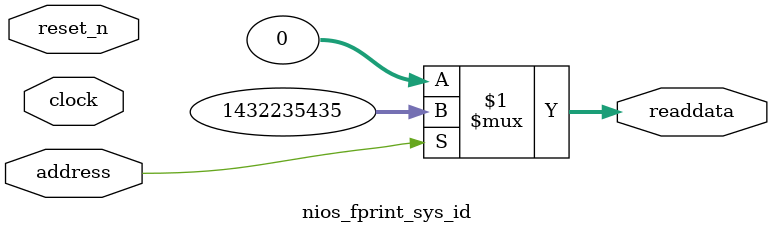
<source format=v>

`timescale 1ns / 1ps
// synthesis translate_on

// turn off superfluous verilog processor warnings 
// altera message_level Level1 
// altera message_off 10034 10035 10036 10037 10230 10240 10030 

module nios_fprint_sys_id (
               // inputs:
                address,
                clock,
                reset_n,

               // outputs:
                readdata
             )
;

  output  [ 31: 0] readdata;
  input            address;
  input            clock;
  input            reset_n;

  wire    [ 31: 0] readdata;
  //control_slave, which is an e_avalon_slave
  assign readdata = address ? 1432235435 : 0;

endmodule




</source>
